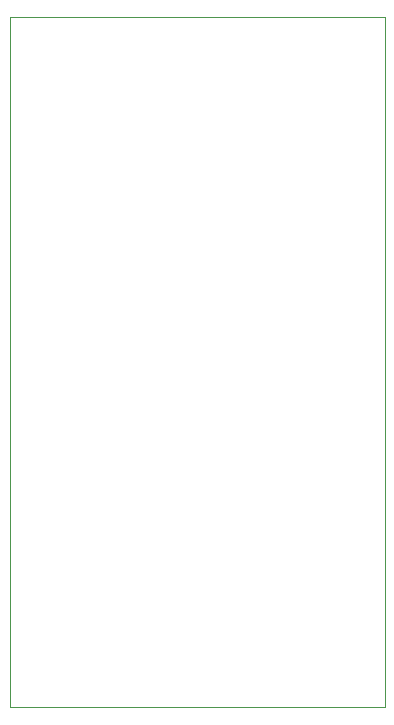
<source format=gbr>
%TF.GenerationSoftware,KiCad,Pcbnew,(5.1.10)-1*%
%TF.CreationDate,2021-11-19T11:23:01-05:00*%
%TF.ProjectId,N AND gate,4e20414e-4420-4676-9174-652e6b696361,rev?*%
%TF.SameCoordinates,Original*%
%TF.FileFunction,Profile,NP*%
%FSLAX46Y46*%
G04 Gerber Fmt 4.6, Leading zero omitted, Abs format (unit mm)*
G04 Created by KiCad (PCBNEW (5.1.10)-1) date 2021-11-19 11:23:01*
%MOMM*%
%LPD*%
G01*
G04 APERTURE LIST*
%TA.AperFunction,Profile*%
%ADD10C,0.050000*%
%TD*%
G04 APERTURE END LIST*
D10*
X156210000Y-60960000D02*
X156210000Y-119380000D01*
X187960000Y-60960000D02*
X156210000Y-60960000D01*
X187960000Y-119380000D02*
X187960000Y-60960000D01*
X156210000Y-119380000D02*
X187960000Y-119380000D01*
M02*

</source>
